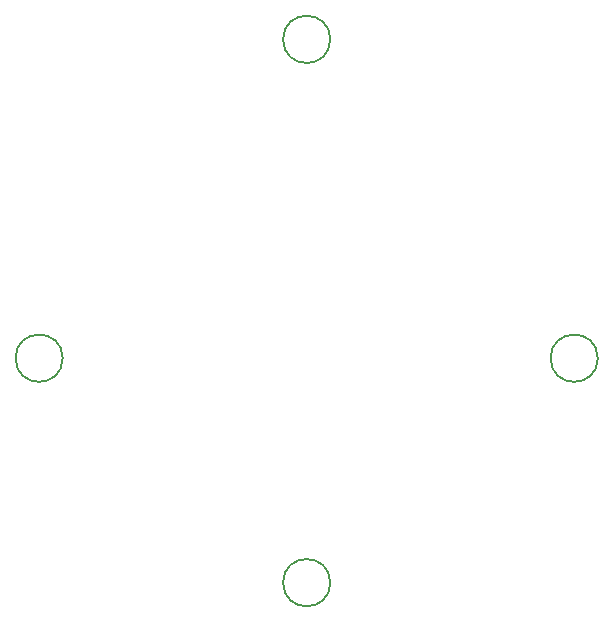
<source format=gbr>
%TF.GenerationSoftware,KiCad,Pcbnew,(5.1.10)-1*%
%TF.CreationDate,2021-10-31T13:05:10-04:00*%
%TF.ProjectId,CAN_Gauge,43414e5f-4761-4756-9765-2e6b69636164,rev?*%
%TF.SameCoordinates,Original*%
%TF.FileFunction,Other,Comment*%
%FSLAX46Y46*%
G04 Gerber Fmt 4.6, Leading zero omitted, Abs format (unit mm)*
G04 Created by KiCad (PCBNEW (5.1.10)-1) date 2021-10-31 13:05:10*
%MOMM*%
%LPD*%
G01*
G04 APERTURE LIST*
%ADD10C,0.150000*%
G04 APERTURE END LIST*
D10*
%TO.C,H4*%
X135304000Y-71592000D02*
G75*
G03*
X135304000Y-71592000I-2000000J0D01*
G01*
%TO.C,H3*%
X157954578Y-98585908D02*
G75*
G03*
X157954578Y-98585908I-2000000J0D01*
G01*
%TO.C,H2*%
X112653422Y-98585908D02*
G75*
G03*
X112653422Y-98585908I-2000000J0D01*
G01*
%TO.C,H1*%
X135304000Y-117592000D02*
G75*
G03*
X135304000Y-117592000I-2000000J0D01*
G01*
%TD*%
M02*

</source>
